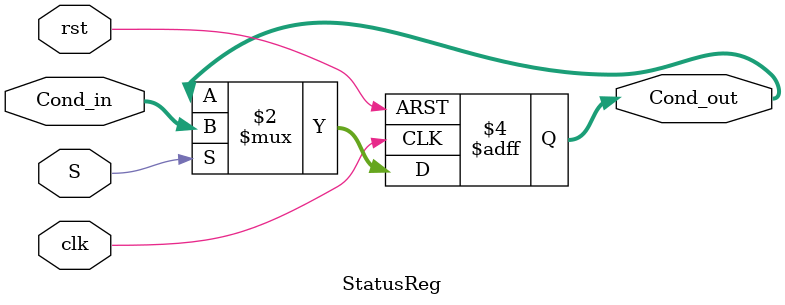
<source format=v>
module StatusReg(clk, rst, Cond_in, S, Cond_out);
  input clk, rst, S;
  input[3:0] Cond_in;
  output reg[3:0] Cond_out;
  
  always@(negedge clk, posedge rst) begin
    if(rst) Cond_out <= 4'b0;
    else begin
      if(S) Cond_out <= Cond_in;
      end
  end
endmodule
</source>
